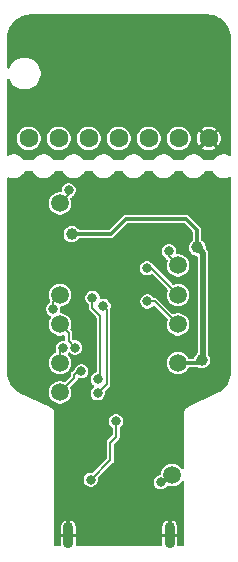
<source format=gbr>
%TF.GenerationSoftware,KiCad,Pcbnew,9.0.2+1*%
%TF.CreationDate,2025-08-04T10:31:06+02:00*%
%TF.ProjectId,ts13_dev_kit,74733133-5f64-4657-965f-6b69742e6b69,rev?*%
%TF.SameCoordinates,Original*%
%TF.FileFunction,Copper,L2,Bot*%
%TF.FilePolarity,Positive*%
%FSLAX46Y46*%
G04 Gerber Fmt 4.6, Leading zero omitted, Abs format (unit mm)*
G04 Created by KiCad (PCBNEW 9.0.2+1) date 2025-08-04 10:31:06*
%MOMM*%
%LPD*%
G01*
G04 APERTURE LIST*
%TA.AperFunction,ComponentPad*%
%ADD10O,0.850000X2.250000*%
%TD*%
%TA.AperFunction,ComponentPad*%
%ADD11C,1.600000*%
%TD*%
%TA.AperFunction,SMDPad,CuDef*%
%ADD12C,1.500000*%
%TD*%
%TA.AperFunction,ViaPad*%
%ADD13C,0.800000*%
%TD*%
%TA.AperFunction,ViaPad*%
%ADD14C,1.000000*%
%TD*%
%TA.AperFunction,Conductor*%
%ADD15C,0.300000*%
%TD*%
%TA.AperFunction,Conductor*%
%ADD16C,0.500000*%
%TD*%
%TA.AperFunction,Conductor*%
%ADD17C,0.200000*%
%TD*%
G04 APERTURE END LIST*
D10*
%TO.P,J1,S1,SHIELD*%
%TO.N,GND*%
X125700000Y-94600000D03*
X134300000Y-94600000D03*
%TD*%
D11*
%TO.P,PAD3,1,1*%
%TO.N,Net-(IC1-GPO)*%
X124900000Y-61000000D03*
%TD*%
%TO.P,PAD4,1,1*%
%TO.N,Net-(IC1-CSN)*%
X135060000Y-61000000D03*
%TD*%
%TO.P,PAD6,1,1*%
%TO.N,Net-(IC1-SDO)*%
X129980000Y-61000000D03*
%TD*%
%TO.P,PAD2,1,1*%
%TO.N,GND*%
X137600000Y-61000000D03*
%TD*%
%TO.P,PAD1,1,1*%
%TO.N,T_VCC*%
X122360000Y-61000000D03*
%TD*%
%TO.P,PAD7,1,1*%
%TO.N,Net-(IC1-SDI)*%
X127440000Y-61000000D03*
%TD*%
%TO.P,PAD5,1,1*%
%TO.N,Net-(IC1-SCK)*%
X132520000Y-61000000D03*
%TD*%
D12*
%TO.P,TP7,1,1*%
%TO.N,/SWDIO*%
X125000000Y-74250000D03*
%TD*%
%TO.P,TP2,1,1*%
%TO.N,/NRST*%
X135000000Y-76750000D03*
%TD*%
%TO.P,TP5,1,1*%
%TO.N,/U2_RX*%
X135000000Y-71750000D03*
%TD*%
%TO.P,TP6,1,1*%
%TO.N,GND*%
X135000000Y-69250000D03*
%TD*%
%TO.P,TP10,1,1*%
%TO.N,Net-(IC2-PB2)*%
X125000000Y-66500000D03*
%TD*%
%TO.P,TP12,1,1*%
%TO.N,Net-(IC2-PB3)*%
X125000000Y-80000000D03*
%TD*%
%TO.P,TP8,1,1*%
%TO.N,/SWCLK*%
X125000000Y-76750000D03*
%TD*%
%TO.P,TP11,1,1*%
%TO.N,Net-(IC2-PB4)*%
X125000000Y-82500000D03*
%TD*%
%TO.P,TP9,1,1*%
%TO.N,GND*%
X125000000Y-71750000D03*
%TD*%
%TO.P,TP3,1,1*%
%TO.N,Net-(F1-Pad2)*%
X134500000Y-89500000D03*
%TD*%
%TO.P,TP4,1,1*%
%TO.N,/U2_TX*%
X135000000Y-74250000D03*
%TD*%
%TO.P,TP1,1,1*%
%TO.N,VCC*%
X135000000Y-80000000D03*
%TD*%
D13*
%TO.N,GND*%
X126411000Y-66200000D03*
X129250000Y-65970000D03*
X128000000Y-85000000D03*
X129000000Y-89750000D03*
X121000000Y-65000000D03*
X122750000Y-51000000D03*
X136250000Y-78500000D03*
X138000000Y-55750000D03*
X127250000Y-73500000D03*
X131920000Y-57120000D03*
X132410000Y-75910000D03*
X136800000Y-52600000D03*
X131750000Y-82000000D03*
X138510000Y-81370000D03*
X131000000Y-52750000D03*
X122400000Y-78000000D03*
X126300000Y-57550000D03*
X121000000Y-57500000D03*
X131000000Y-53920000D03*
X124854923Y-70422920D03*
X138900000Y-52300000D03*
X121340000Y-81410000D03*
X132400000Y-73730000D03*
X136600000Y-57800000D03*
X131120000Y-71710000D03*
X120920000Y-70750000D03*
X130000000Y-92000000D03*
X121000000Y-52750000D03*
X128000000Y-72000000D03*
X124910000Y-85150000D03*
X139000000Y-65000000D03*
X135030000Y-92570000D03*
X127500000Y-76500000D03*
X130100000Y-51300000D03*
X132610000Y-58480000D03*
X138750000Y-72500000D03*
X135600000Y-51600000D03*
X120920000Y-78500000D03*
X124940000Y-92850000D03*
X131810000Y-89830000D03*
X139000000Y-57500000D03*
X134990000Y-87240000D03*
X131750000Y-77250000D03*
X139000000Y-68140000D03*
D14*
%TO.N,VCC*%
X137020000Y-79770000D03*
D13*
X127600000Y-89900000D03*
D14*
X126000000Y-69100000D03*
D13*
X129750000Y-84950000D03*
D14*
X136618387Y-70227251D03*
D13*
%TO.N,/NRST*%
X132390000Y-74800000D03*
%TO.N,/USB_P*%
X128200000Y-82580000D03*
X128680000Y-75188280D03*
%TO.N,/USB_N*%
X127750000Y-74500000D03*
X128190000Y-81390000D03*
%TO.N,/SWCLK*%
X126300000Y-78700000D03*
%TO.N,/U2_TX*%
X132360000Y-71990000D03*
%TO.N,/SWDIO*%
X124420000Y-75450000D03*
%TO.N,/U2_RX*%
X134230000Y-70540000D03*
%TO.N,Net-(F1-Pad2)*%
X133520000Y-90110000D03*
%TO.N,Net-(IC2-PB3)*%
X125229975Y-78759975D03*
%TO.N,Net-(IC2-PB2)*%
X125730000Y-65380000D03*
%TO.N,Net-(IC2-PB4)*%
X126810000Y-80710000D03*
%TD*%
D15*
%TO.N,VCC*%
X126000000Y-69100000D02*
X129300000Y-69100000D01*
X129300000Y-69100000D02*
X130600000Y-67800000D01*
X136600000Y-68750000D02*
X136600000Y-70208864D01*
X130600000Y-67800000D02*
X135650000Y-67800000D01*
X135650000Y-67800000D02*
X136600000Y-68750000D01*
X136600000Y-70208864D02*
X136618387Y-70227251D01*
D16*
X137101000Y-70709864D02*
X136618387Y-70227251D01*
X137101000Y-79439000D02*
X137101000Y-70709864D01*
X137020000Y-79770000D02*
X137101000Y-79439000D01*
D15*
X136790000Y-80000000D02*
X137020000Y-79770000D01*
D17*
X129250000Y-88250000D02*
X127600000Y-89900000D01*
D15*
X135000000Y-80000000D02*
X136790000Y-80000000D01*
D17*
X129750000Y-86250000D02*
X129250000Y-86750000D01*
X129250000Y-86750000D02*
X129250000Y-88250000D01*
X129750000Y-84950000D02*
X129750000Y-86250000D01*
%TO.N,/NRST*%
X133050000Y-74800000D02*
X132390000Y-74800000D01*
X135000000Y-76750000D02*
X133050000Y-74800000D01*
%TO.N,/USB_P*%
X128950000Y-75458280D02*
X128950000Y-81830000D01*
X128950000Y-81830000D02*
X128200000Y-82580000D01*
X128680000Y-75188280D02*
X128950000Y-75458280D01*
%TO.N,/USB_N*%
X127750000Y-74500000D02*
X127750000Y-75350000D01*
X128420000Y-76020000D02*
X128420000Y-81160000D01*
X128420000Y-81160000D02*
X128190000Y-81390000D01*
X127750000Y-75350000D02*
X128420000Y-76020000D01*
%TO.N,/SWCLK*%
X125750000Y-78150000D02*
X125750000Y-77500000D01*
X126300000Y-78700000D02*
X125750000Y-78150000D01*
X125750000Y-77500000D02*
X125000000Y-76750000D01*
%TO.N,/U2_TX*%
X135000000Y-74250000D02*
X132740000Y-71990000D01*
X132740000Y-71990000D02*
X132360000Y-71990000D01*
%TO.N,/SWDIO*%
X124420000Y-74830000D02*
X125000000Y-74250000D01*
X124420000Y-75450000D02*
X124420000Y-74830000D01*
%TO.N,/U2_RX*%
X135000000Y-71750000D02*
X134230000Y-70980000D01*
X134230000Y-70980000D02*
X134230000Y-70540000D01*
%TO.N,Net-(F1-Pad2)*%
X133890000Y-90110000D02*
X134500000Y-89500000D01*
X133520000Y-90110000D02*
X133890000Y-90110000D01*
%TO.N,Net-(IC2-PB3)*%
X125229975Y-78759975D02*
X125000000Y-78989950D01*
X125000000Y-78989950D02*
X125000000Y-80000000D01*
%TO.N,Net-(IC2-PB2)*%
X125850000Y-65500000D02*
X125730000Y-65380000D01*
X125850000Y-65650000D02*
X125850000Y-65500000D01*
X125000000Y-66500000D02*
X125850000Y-65650000D01*
%TO.N,Net-(IC2-PB4)*%
X126490000Y-80710000D02*
X126210000Y-80990000D01*
X126210000Y-81290000D02*
X125000000Y-82500000D01*
X126210000Y-80990000D02*
X126210000Y-81290000D01*
X126810000Y-80710000D02*
X126490000Y-80710000D01*
%TD*%
%TA.AperFunction,Conductor*%
%TO.N,GND*%
G36*
X137504043Y-50500765D02*
G01*
X137752895Y-50517075D01*
X137768953Y-50519190D01*
X137976105Y-50560395D01*
X138009535Y-50567045D01*
X138025202Y-50571243D01*
X138194947Y-50628863D01*
X138257481Y-50650091D01*
X138272458Y-50656294D01*
X138481799Y-50759529D01*
X138492460Y-50764787D01*
X138506508Y-50772897D01*
X138710464Y-50909177D01*
X138723328Y-50919048D01*
X138907749Y-51080781D01*
X138919218Y-51092250D01*
X139080951Y-51276671D01*
X139090825Y-51289539D01*
X139227102Y-51493492D01*
X139235212Y-51507539D01*
X139343702Y-51727534D01*
X139349909Y-51742520D01*
X139428756Y-51974797D01*
X139432954Y-51990464D01*
X139480807Y-52231035D01*
X139482925Y-52247116D01*
X139499235Y-52495956D01*
X139499500Y-52504066D01*
X139499500Y-62342234D01*
X139479815Y-62409273D01*
X139427011Y-62455028D01*
X139357853Y-62464972D01*
X139328048Y-62456795D01*
X139161839Y-62387950D01*
X139161829Y-62387947D01*
X138968543Y-62349500D01*
X138968541Y-62349500D01*
X138771459Y-62349500D01*
X138771457Y-62349500D01*
X138578170Y-62387947D01*
X138578160Y-62387950D01*
X138396092Y-62463364D01*
X138396079Y-62463371D01*
X138232218Y-62572860D01*
X138232214Y-62572863D01*
X138092862Y-62712215D01*
X138058607Y-62763482D01*
X138037620Y-62794891D01*
X137984010Y-62839696D01*
X137934519Y-62850000D01*
X137265481Y-62850000D01*
X137198442Y-62830315D01*
X137162379Y-62794891D01*
X137107139Y-62712218D01*
X137107137Y-62712215D01*
X136967785Y-62572863D01*
X136967781Y-62572860D01*
X136803920Y-62463371D01*
X136803907Y-62463364D01*
X136621839Y-62387950D01*
X136621829Y-62387947D01*
X136428543Y-62349500D01*
X136428541Y-62349500D01*
X136231459Y-62349500D01*
X136231457Y-62349500D01*
X136038170Y-62387947D01*
X136038160Y-62387950D01*
X135856092Y-62463364D01*
X135856079Y-62463371D01*
X135692218Y-62572860D01*
X135692214Y-62572863D01*
X135552862Y-62712215D01*
X135518607Y-62763482D01*
X135497620Y-62794891D01*
X135444010Y-62839696D01*
X135394519Y-62850000D01*
X134725481Y-62850000D01*
X134658442Y-62830315D01*
X134622379Y-62794891D01*
X134567139Y-62712218D01*
X134567137Y-62712215D01*
X134427785Y-62572863D01*
X134427781Y-62572860D01*
X134263920Y-62463371D01*
X134263907Y-62463364D01*
X134081839Y-62387950D01*
X134081829Y-62387947D01*
X133888543Y-62349500D01*
X133888541Y-62349500D01*
X133691459Y-62349500D01*
X133691457Y-62349500D01*
X133498170Y-62387947D01*
X133498160Y-62387950D01*
X133316092Y-62463364D01*
X133316079Y-62463371D01*
X133152218Y-62572860D01*
X133152214Y-62572863D01*
X133012862Y-62712215D01*
X132978607Y-62763482D01*
X132957620Y-62794891D01*
X132904010Y-62839696D01*
X132854519Y-62850000D01*
X132185481Y-62850000D01*
X132118442Y-62830315D01*
X132082379Y-62794891D01*
X132027139Y-62712218D01*
X132027137Y-62712215D01*
X131887785Y-62572863D01*
X131887781Y-62572860D01*
X131723920Y-62463371D01*
X131723907Y-62463364D01*
X131541839Y-62387950D01*
X131541829Y-62387947D01*
X131348543Y-62349500D01*
X131348541Y-62349500D01*
X131151459Y-62349500D01*
X131151457Y-62349500D01*
X130958170Y-62387947D01*
X130958160Y-62387950D01*
X130776092Y-62463364D01*
X130776079Y-62463371D01*
X130612218Y-62572860D01*
X130612214Y-62572863D01*
X130472862Y-62712215D01*
X130438607Y-62763482D01*
X130417620Y-62794891D01*
X130364010Y-62839696D01*
X130314519Y-62850000D01*
X129645481Y-62850000D01*
X129578442Y-62830315D01*
X129542379Y-62794891D01*
X129487139Y-62712218D01*
X129487137Y-62712215D01*
X129347785Y-62572863D01*
X129347781Y-62572860D01*
X129183920Y-62463371D01*
X129183907Y-62463364D01*
X129001839Y-62387950D01*
X129001829Y-62387947D01*
X128808543Y-62349500D01*
X128808541Y-62349500D01*
X128611459Y-62349500D01*
X128611457Y-62349500D01*
X128418170Y-62387947D01*
X128418160Y-62387950D01*
X128236092Y-62463364D01*
X128236079Y-62463371D01*
X128072218Y-62572860D01*
X128072214Y-62572863D01*
X127932862Y-62712215D01*
X127898607Y-62763482D01*
X127877620Y-62794891D01*
X127824010Y-62839696D01*
X127774519Y-62850000D01*
X127105481Y-62850000D01*
X127038442Y-62830315D01*
X127002379Y-62794891D01*
X126947139Y-62712218D01*
X126947137Y-62712215D01*
X126807785Y-62572863D01*
X126807781Y-62572860D01*
X126643920Y-62463371D01*
X126643907Y-62463364D01*
X126461839Y-62387950D01*
X126461829Y-62387947D01*
X126268543Y-62349500D01*
X126268541Y-62349500D01*
X126071459Y-62349500D01*
X126071457Y-62349500D01*
X125878170Y-62387947D01*
X125878160Y-62387950D01*
X125696092Y-62463364D01*
X125696079Y-62463371D01*
X125532218Y-62572860D01*
X125532214Y-62572863D01*
X125392862Y-62712215D01*
X125358607Y-62763482D01*
X125337620Y-62794891D01*
X125284010Y-62839696D01*
X125234519Y-62850000D01*
X124565481Y-62850000D01*
X124498442Y-62830315D01*
X124462379Y-62794891D01*
X124407139Y-62712218D01*
X124407137Y-62712215D01*
X124267785Y-62572863D01*
X124267781Y-62572860D01*
X124103920Y-62463371D01*
X124103907Y-62463364D01*
X123921839Y-62387950D01*
X123921829Y-62387947D01*
X123728543Y-62349500D01*
X123728541Y-62349500D01*
X123531459Y-62349500D01*
X123531457Y-62349500D01*
X123338170Y-62387947D01*
X123338160Y-62387950D01*
X123156092Y-62463364D01*
X123156079Y-62463371D01*
X122992218Y-62572860D01*
X122992214Y-62572863D01*
X122852862Y-62712215D01*
X122818607Y-62763482D01*
X122797620Y-62794891D01*
X122744010Y-62839696D01*
X122694519Y-62850000D01*
X122025481Y-62850000D01*
X121958442Y-62830315D01*
X121922379Y-62794891D01*
X121867139Y-62712218D01*
X121867137Y-62712215D01*
X121727785Y-62572863D01*
X121727781Y-62572860D01*
X121563920Y-62463371D01*
X121563907Y-62463364D01*
X121381839Y-62387950D01*
X121381829Y-62387947D01*
X121188543Y-62349500D01*
X121188541Y-62349500D01*
X120991459Y-62349500D01*
X120991457Y-62349500D01*
X120798170Y-62387947D01*
X120798160Y-62387950D01*
X120671952Y-62440227D01*
X120602483Y-62447696D01*
X120540004Y-62416420D01*
X120504352Y-62356331D01*
X120500500Y-62325666D01*
X120500500Y-61098543D01*
X121359499Y-61098543D01*
X121397947Y-61291829D01*
X121397950Y-61291839D01*
X121473364Y-61473907D01*
X121473371Y-61473920D01*
X121582860Y-61637781D01*
X121582863Y-61637785D01*
X121722214Y-61777136D01*
X121722218Y-61777139D01*
X121886079Y-61886628D01*
X121886092Y-61886635D01*
X122068160Y-61962049D01*
X122068165Y-61962051D01*
X122068169Y-61962051D01*
X122068170Y-61962052D01*
X122261456Y-62000500D01*
X122261459Y-62000500D01*
X122458543Y-62000500D01*
X122588582Y-61974632D01*
X122651835Y-61962051D01*
X122833914Y-61886632D01*
X122997782Y-61777139D01*
X123137139Y-61637782D01*
X123246632Y-61473914D01*
X123322051Y-61291835D01*
X123360500Y-61098543D01*
X123899499Y-61098543D01*
X123937947Y-61291829D01*
X123937950Y-61291839D01*
X124013364Y-61473907D01*
X124013371Y-61473920D01*
X124122860Y-61637781D01*
X124122863Y-61637785D01*
X124262214Y-61777136D01*
X124262218Y-61777139D01*
X124426079Y-61886628D01*
X124426092Y-61886635D01*
X124608160Y-61962049D01*
X124608165Y-61962051D01*
X124608169Y-61962051D01*
X124608170Y-61962052D01*
X124801456Y-62000500D01*
X124801459Y-62000500D01*
X124998543Y-62000500D01*
X125128582Y-61974632D01*
X125191835Y-61962051D01*
X125373914Y-61886632D01*
X125537782Y-61777139D01*
X125677139Y-61637782D01*
X125786632Y-61473914D01*
X125862051Y-61291835D01*
X125900500Y-61098543D01*
X126439499Y-61098543D01*
X126477947Y-61291829D01*
X126477950Y-61291839D01*
X126553364Y-61473907D01*
X126553371Y-61473920D01*
X126662860Y-61637781D01*
X126662863Y-61637785D01*
X126802214Y-61777136D01*
X126802218Y-61777139D01*
X126966079Y-61886628D01*
X126966092Y-61886635D01*
X127148160Y-61962049D01*
X127148165Y-61962051D01*
X127148169Y-61962051D01*
X127148170Y-61962052D01*
X127341456Y-62000500D01*
X127341459Y-62000500D01*
X127538543Y-62000500D01*
X127668582Y-61974632D01*
X127731835Y-61962051D01*
X127913914Y-61886632D01*
X128077782Y-61777139D01*
X128217139Y-61637782D01*
X128326632Y-61473914D01*
X128402051Y-61291835D01*
X128440500Y-61098543D01*
X128979499Y-61098543D01*
X129017947Y-61291829D01*
X129017950Y-61291839D01*
X129093364Y-61473907D01*
X129093371Y-61473920D01*
X129202860Y-61637781D01*
X129202863Y-61637785D01*
X129342214Y-61777136D01*
X129342218Y-61777139D01*
X129506079Y-61886628D01*
X129506092Y-61886635D01*
X129688160Y-61962049D01*
X129688165Y-61962051D01*
X129688169Y-61962051D01*
X129688170Y-61962052D01*
X129881456Y-62000500D01*
X129881459Y-62000500D01*
X130078543Y-62000500D01*
X130208582Y-61974632D01*
X130271835Y-61962051D01*
X130453914Y-61886632D01*
X130617782Y-61777139D01*
X130757139Y-61637782D01*
X130866632Y-61473914D01*
X130942051Y-61291835D01*
X130980500Y-61098543D01*
X131519499Y-61098543D01*
X131557947Y-61291829D01*
X131557950Y-61291839D01*
X131633364Y-61473907D01*
X131633371Y-61473920D01*
X131742860Y-61637781D01*
X131742863Y-61637785D01*
X131882214Y-61777136D01*
X131882218Y-61777139D01*
X132046079Y-61886628D01*
X132046092Y-61886635D01*
X132228160Y-61962049D01*
X132228165Y-61962051D01*
X132228169Y-61962051D01*
X132228170Y-61962052D01*
X132421456Y-62000500D01*
X132421459Y-62000500D01*
X132618543Y-62000500D01*
X132748582Y-61974632D01*
X132811835Y-61962051D01*
X132993914Y-61886632D01*
X133157782Y-61777139D01*
X133297139Y-61637782D01*
X133406632Y-61473914D01*
X133482051Y-61291835D01*
X133520500Y-61098543D01*
X134059499Y-61098543D01*
X134097947Y-61291829D01*
X134097950Y-61291839D01*
X134173364Y-61473907D01*
X134173371Y-61473920D01*
X134282860Y-61637781D01*
X134282863Y-61637785D01*
X134422214Y-61777136D01*
X134422218Y-61777139D01*
X134586079Y-61886628D01*
X134586092Y-61886635D01*
X134768160Y-61962049D01*
X134768165Y-61962051D01*
X134768169Y-61962051D01*
X134768170Y-61962052D01*
X134961456Y-62000500D01*
X134961459Y-62000500D01*
X135158543Y-62000500D01*
X135288582Y-61974632D01*
X135351835Y-61962051D01*
X135533914Y-61886632D01*
X135697782Y-61777139D01*
X135697785Y-61777136D01*
X135802886Y-61672036D01*
X135837136Y-61637785D01*
X135837139Y-61637782D01*
X135946632Y-61473914D01*
X136022051Y-61291835D01*
X136060500Y-61098541D01*
X136060500Y-60901504D01*
X136600000Y-60901504D01*
X136600000Y-61098495D01*
X136638427Y-61291681D01*
X136638430Y-61291693D01*
X136713809Y-61473676D01*
X136713811Y-61473679D01*
X136794069Y-61593795D01*
X136794071Y-61593795D01*
X137156329Y-61231538D01*
X137199901Y-61307007D01*
X137292993Y-61400099D01*
X137368460Y-61443670D01*
X137006203Y-61805927D01*
X137006203Y-61805928D01*
X137126316Y-61886185D01*
X137126328Y-61886192D01*
X137308306Y-61961569D01*
X137308318Y-61961572D01*
X137501504Y-61999999D01*
X137501508Y-62000000D01*
X137698492Y-62000000D01*
X137698495Y-61999999D01*
X137891681Y-61961572D01*
X137891693Y-61961569D01*
X138073673Y-61886191D01*
X138073675Y-61886190D01*
X138193796Y-61805928D01*
X137831539Y-61443670D01*
X137907007Y-61400099D01*
X138000099Y-61307007D01*
X138043670Y-61231538D01*
X138405928Y-61593796D01*
X138486190Y-61473675D01*
X138486191Y-61473673D01*
X138561569Y-61291693D01*
X138561572Y-61291681D01*
X138599999Y-61098495D01*
X138600000Y-61098492D01*
X138600000Y-60901508D01*
X138599999Y-60901504D01*
X138561572Y-60708318D01*
X138561569Y-60708306D01*
X138486192Y-60526328D01*
X138486185Y-60526316D01*
X138405927Y-60406203D01*
X138043670Y-60768460D01*
X138000099Y-60692993D01*
X137907007Y-60599901D01*
X137831538Y-60556329D01*
X138193795Y-60194071D01*
X138193795Y-60194069D01*
X138073679Y-60113811D01*
X138073676Y-60113809D01*
X137891693Y-60038430D01*
X137891681Y-60038427D01*
X137698495Y-60000000D01*
X137501504Y-60000000D01*
X137308318Y-60038427D01*
X137308310Y-60038429D01*
X137126325Y-60113809D01*
X137126318Y-60113813D01*
X137006203Y-60194071D01*
X137006202Y-60194071D01*
X137368461Y-60556329D01*
X137292993Y-60599901D01*
X137199901Y-60692993D01*
X137156329Y-60768460D01*
X136794071Y-60406202D01*
X136794071Y-60406203D01*
X136713813Y-60526318D01*
X136713809Y-60526325D01*
X136638429Y-60708310D01*
X136638427Y-60708318D01*
X136600000Y-60901504D01*
X136060500Y-60901504D01*
X136060500Y-60901459D01*
X136060500Y-60901456D01*
X136022052Y-60708170D01*
X136022051Y-60708169D01*
X136022051Y-60708165D01*
X135977207Y-60599901D01*
X135946635Y-60526092D01*
X135946628Y-60526079D01*
X135837139Y-60362218D01*
X135837136Y-60362214D01*
X135697785Y-60222863D01*
X135697781Y-60222860D01*
X135533920Y-60113371D01*
X135533907Y-60113364D01*
X135351839Y-60037950D01*
X135351829Y-60037947D01*
X135158543Y-59999500D01*
X135158541Y-59999500D01*
X134961459Y-59999500D01*
X134961457Y-59999500D01*
X134768170Y-60037947D01*
X134768160Y-60037950D01*
X134586092Y-60113364D01*
X134586079Y-60113371D01*
X134422218Y-60222860D01*
X134422214Y-60222863D01*
X134282863Y-60362214D01*
X134282860Y-60362218D01*
X134173371Y-60526079D01*
X134173364Y-60526092D01*
X134097950Y-60708160D01*
X134097947Y-60708170D01*
X134059500Y-60901456D01*
X134059500Y-60901459D01*
X134059500Y-61098541D01*
X134059500Y-61098543D01*
X134059499Y-61098543D01*
X133520500Y-61098543D01*
X133520500Y-61098541D01*
X133520500Y-60901459D01*
X133520500Y-60901456D01*
X133482052Y-60708170D01*
X133482051Y-60708169D01*
X133482051Y-60708165D01*
X133437207Y-60599901D01*
X133406635Y-60526092D01*
X133406628Y-60526079D01*
X133297139Y-60362218D01*
X133297136Y-60362214D01*
X133157785Y-60222863D01*
X133157781Y-60222860D01*
X132993920Y-60113371D01*
X132993907Y-60113364D01*
X132811839Y-60037950D01*
X132811829Y-60037947D01*
X132618543Y-59999500D01*
X132618541Y-59999500D01*
X132421459Y-59999500D01*
X132421457Y-59999500D01*
X132228170Y-60037947D01*
X132228160Y-60037950D01*
X132046092Y-60113364D01*
X132046079Y-60113371D01*
X131882218Y-60222860D01*
X131882214Y-60222863D01*
X131742863Y-60362214D01*
X131742860Y-60362218D01*
X131633371Y-60526079D01*
X131633364Y-60526092D01*
X131557950Y-60708160D01*
X131557947Y-60708170D01*
X131519500Y-60901456D01*
X131519500Y-60901459D01*
X131519500Y-61098541D01*
X131519500Y-61098543D01*
X131519499Y-61098543D01*
X130980500Y-61098543D01*
X130980500Y-61098541D01*
X130980500Y-60901459D01*
X130980500Y-60901456D01*
X130942052Y-60708170D01*
X130942051Y-60708169D01*
X130942051Y-60708165D01*
X130897207Y-60599901D01*
X130866635Y-60526092D01*
X130866628Y-60526079D01*
X130757139Y-60362218D01*
X130757136Y-60362214D01*
X130617785Y-60222863D01*
X130617781Y-60222860D01*
X130453920Y-60113371D01*
X130453907Y-60113364D01*
X130271839Y-60037950D01*
X130271829Y-60037947D01*
X130078543Y-59999500D01*
X130078541Y-59999500D01*
X129881459Y-59999500D01*
X129881457Y-59999500D01*
X129688170Y-60037947D01*
X129688160Y-60037950D01*
X129506092Y-60113364D01*
X129506079Y-60113371D01*
X129342218Y-60222860D01*
X129342214Y-60222863D01*
X129202863Y-60362214D01*
X129202860Y-60362218D01*
X129093371Y-60526079D01*
X129093364Y-60526092D01*
X129017950Y-60708160D01*
X129017947Y-60708170D01*
X128979500Y-60901456D01*
X128979500Y-60901459D01*
X128979500Y-61098541D01*
X128979500Y-61098543D01*
X128979499Y-61098543D01*
X128440500Y-61098543D01*
X128440500Y-61098541D01*
X128440500Y-60901459D01*
X128440500Y-60901456D01*
X128402052Y-60708170D01*
X128402051Y-60708169D01*
X128402051Y-60708165D01*
X128357207Y-60599901D01*
X128326635Y-60526092D01*
X128326628Y-60526079D01*
X128217139Y-60362218D01*
X128217136Y-60362214D01*
X128077785Y-60222863D01*
X128077781Y-60222860D01*
X127913920Y-60113371D01*
X127913907Y-60113364D01*
X127731839Y-60037950D01*
X127731829Y-60037947D01*
X127538543Y-59999500D01*
X127538541Y-59999500D01*
X127341459Y-59999500D01*
X127341457Y-59999500D01*
X127148170Y-60037947D01*
X127148160Y-60037950D01*
X126966092Y-60113364D01*
X126966079Y-60113371D01*
X126802218Y-60222860D01*
X126802214Y-60222863D01*
X126662863Y-60362214D01*
X126662860Y-60362218D01*
X126553371Y-60526079D01*
X126553364Y-60526092D01*
X126477950Y-60708160D01*
X126477947Y-60708170D01*
X126439500Y-60901456D01*
X126439500Y-60901459D01*
X126439500Y-61098541D01*
X126439500Y-61098543D01*
X126439499Y-61098543D01*
X125900500Y-61098543D01*
X125900500Y-61098541D01*
X125900500Y-60901459D01*
X125900500Y-60901456D01*
X125862052Y-60708170D01*
X125862051Y-60708169D01*
X125862051Y-60708165D01*
X125817207Y-60599901D01*
X125786635Y-60526092D01*
X125786628Y-60526079D01*
X125677139Y-60362218D01*
X125677136Y-60362214D01*
X125537785Y-60222863D01*
X125537781Y-60222860D01*
X125373920Y-60113371D01*
X125373907Y-60113364D01*
X125191839Y-60037950D01*
X125191829Y-60037947D01*
X124998543Y-59999500D01*
X124998541Y-59999500D01*
X124801459Y-59999500D01*
X124801457Y-59999500D01*
X124608170Y-60037947D01*
X124608160Y-60037950D01*
X124426092Y-60113364D01*
X124426079Y-60113371D01*
X124262218Y-60222860D01*
X124262214Y-60222863D01*
X124122863Y-60362214D01*
X124122860Y-60362218D01*
X124013371Y-60526079D01*
X124013364Y-60526092D01*
X123937950Y-60708160D01*
X123937947Y-60708170D01*
X123899500Y-60901456D01*
X123899500Y-60901459D01*
X123899500Y-61098541D01*
X123899500Y-61098543D01*
X123899499Y-61098543D01*
X123360500Y-61098543D01*
X123360500Y-61098541D01*
X123360500Y-60901459D01*
X123360500Y-60901456D01*
X123322052Y-60708170D01*
X123322051Y-60708169D01*
X123322051Y-60708165D01*
X123277207Y-60599901D01*
X123246635Y-60526092D01*
X123246628Y-60526079D01*
X123137139Y-60362218D01*
X123137136Y-60362214D01*
X122997785Y-60222863D01*
X122997781Y-60222860D01*
X122833920Y-60113371D01*
X122833907Y-60113364D01*
X122651839Y-60037950D01*
X122651829Y-60037947D01*
X122458543Y-59999500D01*
X122458541Y-59999500D01*
X122261459Y-59999500D01*
X122261457Y-59999500D01*
X122068170Y-60037947D01*
X122068160Y-60037950D01*
X121886092Y-60113364D01*
X121886079Y-60113371D01*
X121722218Y-60222860D01*
X121722214Y-60222863D01*
X121582863Y-60362214D01*
X121582860Y-60362218D01*
X121473371Y-60526079D01*
X121473364Y-60526092D01*
X121397950Y-60708160D01*
X121397947Y-60708170D01*
X121359500Y-60901456D01*
X121359500Y-60901459D01*
X121359500Y-61098541D01*
X121359500Y-61098543D01*
X121359499Y-61098543D01*
X120500500Y-61098543D01*
X120500500Y-56038226D01*
X120520185Y-55971187D01*
X120572989Y-55925432D01*
X120642147Y-55915488D01*
X120705703Y-55944513D01*
X120742431Y-55999908D01*
X120748444Y-56018414D01*
X120844951Y-56207820D01*
X120969890Y-56379786D01*
X121120213Y-56530109D01*
X121292179Y-56655048D01*
X121292181Y-56655049D01*
X121292184Y-56655051D01*
X121481588Y-56751557D01*
X121683757Y-56817246D01*
X121893713Y-56850500D01*
X121893714Y-56850500D01*
X122106286Y-56850500D01*
X122106287Y-56850500D01*
X122316243Y-56817246D01*
X122518412Y-56751557D01*
X122707816Y-56655051D01*
X122729789Y-56639086D01*
X122879786Y-56530109D01*
X122879788Y-56530106D01*
X122879792Y-56530104D01*
X123030104Y-56379792D01*
X123030106Y-56379788D01*
X123030109Y-56379786D01*
X123155048Y-56207820D01*
X123155047Y-56207820D01*
X123155051Y-56207816D01*
X123251557Y-56018412D01*
X123317246Y-55816243D01*
X123350500Y-55606287D01*
X123350500Y-55393713D01*
X123317246Y-55183757D01*
X123251557Y-54981588D01*
X123155051Y-54792184D01*
X123155049Y-54792181D01*
X123155048Y-54792179D01*
X123030109Y-54620213D01*
X122879786Y-54469890D01*
X122707820Y-54344951D01*
X122518414Y-54248444D01*
X122518413Y-54248443D01*
X122518412Y-54248443D01*
X122316243Y-54182754D01*
X122316241Y-54182753D01*
X122316240Y-54182753D01*
X122154957Y-54157208D01*
X122106287Y-54149500D01*
X121893713Y-54149500D01*
X121845042Y-54157208D01*
X121683760Y-54182753D01*
X121481585Y-54248444D01*
X121292179Y-54344951D01*
X121120213Y-54469890D01*
X120969890Y-54620213D01*
X120844951Y-54792179D01*
X120748445Y-54981582D01*
X120748443Y-54981587D01*
X120748443Y-54981588D01*
X120742429Y-55000094D01*
X120702992Y-55057768D01*
X120638633Y-55084965D01*
X120569787Y-55073050D01*
X120518312Y-55025805D01*
X120500500Y-54961773D01*
X120500500Y-52504066D01*
X120500765Y-52495956D01*
X120504819Y-52434108D01*
X120517075Y-52247102D01*
X120519190Y-52231048D01*
X120567045Y-51990462D01*
X120571243Y-51974797D01*
X120594337Y-51906762D01*
X120650093Y-51742512D01*
X120656291Y-51727547D01*
X120764790Y-51507533D01*
X120772893Y-51493498D01*
X120909182Y-51289527D01*
X120919039Y-51276681D01*
X121080786Y-51092244D01*
X121092244Y-51080786D01*
X121276681Y-50919039D01*
X121289527Y-50909182D01*
X121493498Y-50772893D01*
X121507533Y-50764790D01*
X121727547Y-50656291D01*
X121742512Y-50650093D01*
X121906762Y-50594337D01*
X121974797Y-50571243D01*
X121990464Y-50567045D01*
X122231048Y-50519190D01*
X122247102Y-50517075D01*
X122495957Y-50500765D01*
X122504067Y-50500500D01*
X122565892Y-50500500D01*
X137434108Y-50500500D01*
X137495933Y-50500500D01*
X137504043Y-50500765D01*
G37*
%TD.AperFunction*%
%TD*%
%TA.AperFunction,Conductor*%
%TO.N,GND*%
G36*
X122701921Y-63779685D02*
G01*
X122738793Y-63819644D01*
X122739983Y-63818849D01*
X122852860Y-63987781D01*
X122852863Y-63987785D01*
X122992214Y-64127136D01*
X122992218Y-64127139D01*
X123156079Y-64236628D01*
X123156092Y-64236635D01*
X123326680Y-64307294D01*
X123338165Y-64312051D01*
X123338169Y-64312051D01*
X123338170Y-64312052D01*
X123531456Y-64350500D01*
X123531459Y-64350500D01*
X123728543Y-64350500D01*
X123858582Y-64324632D01*
X123921835Y-64312051D01*
X124103914Y-64236632D01*
X124267782Y-64127139D01*
X124407139Y-63987782D01*
X124463157Y-63903943D01*
X124520017Y-63818849D01*
X124521419Y-63819785D01*
X124564721Y-63775703D01*
X124625118Y-63760000D01*
X125174882Y-63760000D01*
X125241921Y-63779685D01*
X125278793Y-63819644D01*
X125279983Y-63818849D01*
X125392860Y-63987781D01*
X125392863Y-63987785D01*
X125532214Y-64127136D01*
X125532218Y-64127139D01*
X125696079Y-64236628D01*
X125696092Y-64236635D01*
X125866680Y-64307294D01*
X125878165Y-64312051D01*
X125878169Y-64312051D01*
X125878170Y-64312052D01*
X126071456Y-64350500D01*
X126071459Y-64350500D01*
X126268543Y-64350500D01*
X126398582Y-64324632D01*
X126461835Y-64312051D01*
X126643914Y-64236632D01*
X126807782Y-64127139D01*
X126947139Y-63987782D01*
X127003157Y-63903943D01*
X127060017Y-63818849D01*
X127061419Y-63819785D01*
X127104721Y-63775703D01*
X127165118Y-63760000D01*
X127714882Y-63760000D01*
X127781921Y-63779685D01*
X127818793Y-63819644D01*
X127819983Y-63818849D01*
X127932860Y-63987781D01*
X127932863Y-63987785D01*
X128072214Y-64127136D01*
X128072218Y-64127139D01*
X128236079Y-64236628D01*
X128236092Y-64236635D01*
X128406680Y-64307294D01*
X128418165Y-64312051D01*
X128418169Y-64312051D01*
X128418170Y-64312052D01*
X128611456Y-64350500D01*
X128611459Y-64350500D01*
X128808543Y-64350500D01*
X128938582Y-64324632D01*
X129001835Y-64312051D01*
X129183914Y-64236632D01*
X129347782Y-64127139D01*
X129487139Y-63987782D01*
X129543157Y-63903943D01*
X129600017Y-63818849D01*
X129601419Y-63819785D01*
X129644721Y-63775703D01*
X129705118Y-63760000D01*
X130254882Y-63760000D01*
X130321921Y-63779685D01*
X130358793Y-63819644D01*
X130359983Y-63818849D01*
X130472860Y-63987781D01*
X130472863Y-63987785D01*
X130612214Y-64127136D01*
X130612218Y-64127139D01*
X130776079Y-64236628D01*
X130776092Y-64236635D01*
X130946680Y-64307294D01*
X130958165Y-64312051D01*
X130958169Y-64312051D01*
X130958170Y-64312052D01*
X131151456Y-64350500D01*
X131151459Y-64350500D01*
X131348543Y-64350500D01*
X131478582Y-64324632D01*
X131541835Y-64312051D01*
X131723914Y-64236632D01*
X131887782Y-64127139D01*
X132027139Y-63987782D01*
X132083157Y-63903943D01*
X132140017Y-63818849D01*
X132141419Y-63819785D01*
X132184721Y-63775703D01*
X132245118Y-63760000D01*
X132794882Y-63760000D01*
X132861921Y-63779685D01*
X132898793Y-63819644D01*
X132899983Y-63818849D01*
X133012860Y-63987781D01*
X133012863Y-63987785D01*
X133152214Y-64127136D01*
X133152218Y-64127139D01*
X133316079Y-64236628D01*
X133316092Y-64236635D01*
X133486680Y-64307294D01*
X133498165Y-64312051D01*
X133498169Y-64312051D01*
X133498170Y-64312052D01*
X133691456Y-64350500D01*
X133691459Y-64350500D01*
X133888543Y-64350500D01*
X134018582Y-64324632D01*
X134081835Y-64312051D01*
X134263914Y-64236632D01*
X134427782Y-64127139D01*
X134567139Y-63987782D01*
X134623157Y-63903943D01*
X134680017Y-63818849D01*
X134681419Y-63819785D01*
X134724721Y-63775703D01*
X134785118Y-63760000D01*
X135334882Y-63760000D01*
X135401921Y-63779685D01*
X135438793Y-63819644D01*
X135439983Y-63818849D01*
X135552860Y-63987781D01*
X135552863Y-63987785D01*
X135692214Y-64127136D01*
X135692218Y-64127139D01*
X135856079Y-64236628D01*
X135856092Y-64236635D01*
X136026680Y-64307294D01*
X136038165Y-64312051D01*
X136038169Y-64312051D01*
X136038170Y-64312052D01*
X136231456Y-64350500D01*
X136231459Y-64350500D01*
X136428543Y-64350500D01*
X136558582Y-64324632D01*
X136621835Y-64312051D01*
X136803914Y-64236632D01*
X136967782Y-64127139D01*
X137107139Y-63987782D01*
X137163157Y-63903943D01*
X137220017Y-63818849D01*
X137221419Y-63819785D01*
X137264721Y-63775703D01*
X137325118Y-63760000D01*
X137874882Y-63760000D01*
X137941921Y-63779685D01*
X137978793Y-63819644D01*
X137979983Y-63818849D01*
X138092860Y-63987781D01*
X138092863Y-63987785D01*
X138232214Y-64127136D01*
X138232218Y-64127139D01*
X138396079Y-64236628D01*
X138396092Y-64236635D01*
X138566680Y-64307294D01*
X138578165Y-64312051D01*
X138578169Y-64312051D01*
X138578170Y-64312052D01*
X138771456Y-64350500D01*
X138771459Y-64350500D01*
X138968543Y-64350500D01*
X139098582Y-64324632D01*
X139161835Y-64312051D01*
X139328048Y-64243204D01*
X139397517Y-64235735D01*
X139459996Y-64267010D01*
X139495648Y-64327099D01*
X139499500Y-64357765D01*
X139499500Y-80745933D01*
X139499235Y-80754043D01*
X139482925Y-81002883D01*
X139480807Y-81018964D01*
X139432954Y-81259535D01*
X139428756Y-81275202D01*
X139349909Y-81507479D01*
X139343702Y-81522465D01*
X139235212Y-81742460D01*
X139227102Y-81756506D01*
X139090825Y-81960460D01*
X139080951Y-81973329D01*
X138919218Y-82157749D01*
X138907749Y-82169218D01*
X138723328Y-82330951D01*
X138710459Y-82340825D01*
X138514648Y-82471661D01*
X138499909Y-82480110D01*
X135835001Y-83773741D01*
X135835000Y-83773741D01*
X135824360Y-83778905D01*
X135806814Y-83783608D01*
X135765312Y-83807567D01*
X135761314Y-83809509D01*
X135761294Y-83809521D01*
X135722154Y-83828521D01*
X135717355Y-83832678D01*
X135698187Y-83846323D01*
X135692693Y-83849495D01*
X135692685Y-83849500D01*
X135661916Y-83880269D01*
X135661915Y-83880268D01*
X135658765Y-83883417D01*
X135622536Y-83914794D01*
X135612351Y-83929831D01*
X135604000Y-83938183D01*
X135603996Y-83938189D01*
X135599500Y-83942685D01*
X135577746Y-83980362D01*
X135573034Y-83987886D01*
X135548642Y-84023905D01*
X135548638Y-84023912D01*
X135546564Y-84029901D01*
X135542692Y-84041079D01*
X135533608Y-84056814D01*
X135521199Y-84103119D01*
X135519745Y-84107319D01*
X135505503Y-84148436D01*
X135505048Y-84154761D01*
X135505049Y-84154762D01*
X135504202Y-84166556D01*
X135499500Y-84184108D01*
X135499500Y-84232049D01*
X135499182Y-84236479D01*
X135499182Y-84236482D01*
X135496066Y-84279880D01*
X135497265Y-84286110D01*
X135499500Y-84309545D01*
X135499500Y-88876228D01*
X135479815Y-88943267D01*
X135427011Y-88989022D01*
X135357853Y-88998966D01*
X135294297Y-88969941D01*
X135272398Y-88945119D01*
X135238302Y-88894092D01*
X135238299Y-88894088D01*
X135105911Y-88761700D01*
X135105907Y-88761697D01*
X134950237Y-88657681D01*
X134950228Y-88657676D01*
X134777251Y-88586027D01*
X134777243Y-88586025D01*
X134593620Y-88549500D01*
X134593616Y-88549500D01*
X134406384Y-88549500D01*
X134406379Y-88549500D01*
X134222756Y-88586025D01*
X134222748Y-88586027D01*
X134049771Y-88657676D01*
X134049762Y-88657681D01*
X133894092Y-88761697D01*
X133894088Y-88761700D01*
X133761700Y-88894088D01*
X133761697Y-88894092D01*
X133657681Y-89049762D01*
X133657676Y-89049771D01*
X133586027Y-89222748D01*
X133586026Y-89222752D01*
X133548691Y-89410447D01*
X133516306Y-89472358D01*
X133455591Y-89506932D01*
X133443262Y-89509195D01*
X133440943Y-89509500D01*
X133288216Y-89550423D01*
X133288209Y-89550426D01*
X133151290Y-89629475D01*
X133151282Y-89629481D01*
X133039481Y-89741282D01*
X133039475Y-89741290D01*
X132960426Y-89878209D01*
X132960423Y-89878216D01*
X132919500Y-90030943D01*
X132919500Y-90189057D01*
X132932695Y-90238299D01*
X132960423Y-90341783D01*
X132960426Y-90341790D01*
X133039475Y-90478709D01*
X133039479Y-90478714D01*
X133039480Y-90478716D01*
X133151284Y-90590520D01*
X133151286Y-90590521D01*
X133151290Y-90590524D01*
X133288209Y-90669573D01*
X133288216Y-90669577D01*
X133440943Y-90710500D01*
X133440945Y-90710500D01*
X133599055Y-90710500D01*
X133599057Y-90710500D01*
X133751784Y-90669577D01*
X133888716Y-90590520D01*
X134000520Y-90478716D01*
X134019200Y-90446359D01*
X134069765Y-90398144D01*
X134138372Y-90384919D01*
X134174038Y-90393796D01*
X134222749Y-90413973D01*
X134385576Y-90446361D01*
X134406379Y-90450499D01*
X134406383Y-90450500D01*
X134406384Y-90450500D01*
X134593617Y-90450500D01*
X134593618Y-90450499D01*
X134777251Y-90413973D01*
X134950231Y-90342322D01*
X135105908Y-90238302D01*
X135238302Y-90105908D01*
X135272398Y-90054880D01*
X135326010Y-90010075D01*
X135395335Y-90001368D01*
X135458362Y-90031522D01*
X135495082Y-90090965D01*
X135499500Y-90123771D01*
X135499500Y-95375500D01*
X135479815Y-95442539D01*
X135427011Y-95488294D01*
X135375500Y-95499500D01*
X135048227Y-95499500D01*
X134981188Y-95479815D01*
X134935433Y-95427011D01*
X134925540Y-95367649D01*
X134925000Y-95367649D01*
X134925000Y-95364406D01*
X134924824Y-95363350D01*
X134925000Y-95361562D01*
X134925000Y-94750000D01*
X134525000Y-94750000D01*
X134525000Y-94450000D01*
X134925000Y-94450000D01*
X134925000Y-93838440D01*
X134900982Y-93717699D01*
X134900979Y-93717689D01*
X134853871Y-93603958D01*
X134853864Y-93603945D01*
X134785469Y-93501586D01*
X134785466Y-93501582D01*
X134698417Y-93414533D01*
X134698413Y-93414530D01*
X134596054Y-93346135D01*
X134596041Y-93346128D01*
X134482310Y-93299020D01*
X134450000Y-93292592D01*
X134450000Y-93756802D01*
X134427452Y-93734254D01*
X134344755Y-93700000D01*
X134255245Y-93700000D01*
X134172548Y-93734254D01*
X134150000Y-93756802D01*
X134150000Y-93292592D01*
X134117689Y-93299020D01*
X134003958Y-93346128D01*
X134003945Y-93346135D01*
X133901586Y-93414530D01*
X133901582Y-93414533D01*
X133814533Y-93501582D01*
X133814530Y-93501586D01*
X133746135Y-93603945D01*
X133746128Y-93603958D01*
X133699020Y-93717689D01*
X133699017Y-93717699D01*
X133675000Y-93838440D01*
X133675000Y-94450000D01*
X134075000Y-94450000D01*
X134075000Y-94750000D01*
X133675000Y-94750000D01*
X133675000Y-95361562D01*
X133675176Y-95363350D01*
X133675000Y-95364277D01*
X133675000Y-95367649D01*
X133674361Y-95367649D01*
X133662155Y-95431996D01*
X133614089Y-95482704D01*
X133551773Y-95499500D01*
X126448227Y-95499500D01*
X126381188Y-95479815D01*
X126335433Y-95427011D01*
X126325540Y-95367649D01*
X126325000Y-95367649D01*
X126325000Y-95364406D01*
X126324824Y-95363350D01*
X126325000Y-95361562D01*
X126325000Y-94750000D01*
X125925000Y-94750000D01*
X125925000Y-94450000D01*
X126325000Y-94450000D01*
X126325000Y-93838440D01*
X126300982Y-93717699D01*
X126300979Y-93717689D01*
X126253871Y-93603958D01*
X126253864Y-93603945D01*
X126185469Y-93501586D01*
X126185466Y-93501582D01*
X126098417Y-93414533D01*
X126098413Y-93414530D01*
X125996054Y-93346135D01*
X125996041Y-93346128D01*
X125882310Y-93299020D01*
X125850000Y-93292592D01*
X125850000Y-93756802D01*
X125827452Y-93734254D01*
X125744755Y-93700000D01*
X125655245Y-93700000D01*
X125572548Y-93734254D01*
X125550000Y-93756802D01*
X125550000Y-93292592D01*
X125517689Y-93299020D01*
X125403958Y-93346128D01*
X125403945Y-93346135D01*
X125301586Y-93414530D01*
X125301582Y-93414533D01*
X125214533Y-93501582D01*
X125214530Y-93501586D01*
X125146135Y-93603945D01*
X125146128Y-93603958D01*
X125099020Y-93717689D01*
X125099017Y-93717699D01*
X125075000Y-93838440D01*
X125075000Y-94450000D01*
X125475000Y-94450000D01*
X125475000Y-94750000D01*
X125075000Y-94750000D01*
X125075000Y-95361562D01*
X125075176Y-95363350D01*
X125075000Y-95364277D01*
X125075000Y-95367649D01*
X125074361Y-95367649D01*
X125062155Y-95431996D01*
X125014089Y-95482704D01*
X124951773Y-95499500D01*
X124624500Y-95499500D01*
X124557461Y-95479815D01*
X124511706Y-95427011D01*
X124500500Y-95375500D01*
X124500500Y-89820943D01*
X126999500Y-89820943D01*
X126999500Y-89979057D01*
X127007812Y-90010075D01*
X127040423Y-90131783D01*
X127040426Y-90131790D01*
X127119475Y-90268709D01*
X127119479Y-90268714D01*
X127119480Y-90268716D01*
X127231284Y-90380520D01*
X127231286Y-90380521D01*
X127231290Y-90380524D01*
X127345325Y-90446361D01*
X127368216Y-90459577D01*
X127520943Y-90500500D01*
X127520945Y-90500500D01*
X127679055Y-90500500D01*
X127679057Y-90500500D01*
X127831784Y-90459577D01*
X127968716Y-90380520D01*
X128080520Y-90268716D01*
X128159577Y-90131784D01*
X128200500Y-89979057D01*
X128200500Y-89820943D01*
X128198642Y-89814008D01*
X128200303Y-89744161D01*
X128230733Y-89694236D01*
X129490460Y-88434511D01*
X129530021Y-88365989D01*
X129550500Y-88289562D01*
X129550500Y-86925833D01*
X129570185Y-86858794D01*
X129586819Y-86838152D01*
X129714533Y-86710438D01*
X129990460Y-86434511D01*
X130030022Y-86365988D01*
X130050500Y-86289562D01*
X130050500Y-86210438D01*
X130050500Y-85541496D01*
X130070185Y-85474457D01*
X130112501Y-85434108D01*
X130118716Y-85430520D01*
X130230520Y-85318716D01*
X130309577Y-85181784D01*
X130350500Y-85029057D01*
X130350500Y-84870943D01*
X130309577Y-84718216D01*
X130309573Y-84718209D01*
X130230524Y-84581290D01*
X130230518Y-84581282D01*
X130118717Y-84469481D01*
X130118709Y-84469475D01*
X129981790Y-84390426D01*
X129981786Y-84390424D01*
X129981784Y-84390423D01*
X129829057Y-84349500D01*
X129670943Y-84349500D01*
X129518216Y-84390423D01*
X129518209Y-84390426D01*
X129381290Y-84469475D01*
X129381282Y-84469481D01*
X129269481Y-84581282D01*
X129269475Y-84581290D01*
X129190426Y-84718209D01*
X129190423Y-84718216D01*
X129149500Y-84870943D01*
X129149500Y-85029056D01*
X129190423Y-85181783D01*
X129190426Y-85181790D01*
X129269475Y-85318709D01*
X129269481Y-85318717D01*
X129381284Y-85430520D01*
X129387499Y-85434108D01*
X129435715Y-85484675D01*
X129449500Y-85541496D01*
X129449500Y-86074167D01*
X129429815Y-86141206D01*
X129413181Y-86161848D01*
X129009541Y-86565487D01*
X129009535Y-86565495D01*
X128969982Y-86634004D01*
X128969979Y-86634009D01*
X128949500Y-86710439D01*
X128949500Y-88074166D01*
X128929815Y-88141205D01*
X128913181Y-88161847D01*
X127805764Y-89269263D01*
X127744441Y-89302748D01*
X127685992Y-89301358D01*
X127679057Y-89299500D01*
X127520943Y-89299500D01*
X127368216Y-89340423D01*
X127368209Y-89340426D01*
X127231290Y-89419475D01*
X127231282Y-89419481D01*
X127119481Y-89531282D01*
X127119475Y-89531290D01*
X127040426Y-89668209D01*
X127040423Y-89668216D01*
X126999500Y-89820943D01*
X124500500Y-89820943D01*
X124500500Y-84297724D01*
X124503934Y-84279881D01*
X124500500Y-84232049D01*
X124500500Y-84184108D01*
X124498857Y-84177978D01*
X124494951Y-84154763D01*
X124494497Y-84148439D01*
X124494497Y-84148436D01*
X124478801Y-84103127D01*
X124466392Y-84056814D01*
X124457306Y-84041078D01*
X124451360Y-84023911D01*
X124426960Y-83987881D01*
X124422262Y-83980379D01*
X124400500Y-83942686D01*
X124387652Y-83929838D01*
X124377464Y-83914794D01*
X124341217Y-83883403D01*
X124307314Y-83849500D01*
X124307313Y-83849499D01*
X124307310Y-83849497D01*
X124301822Y-83846329D01*
X124282644Y-83832677D01*
X124282040Y-83832154D01*
X124277845Y-83828521D01*
X124277843Y-83828520D01*
X124277843Y-83828519D01*
X124238712Y-83809524D01*
X124230863Y-83805360D01*
X124193188Y-83783608D01*
X124187051Y-83781964D01*
X124165000Y-83773742D01*
X121565464Y-82511844D01*
X121565461Y-82511844D01*
X121543005Y-82500943D01*
X121500088Y-82480110D01*
X121485349Y-82471661D01*
X121387647Y-82406379D01*
X124049500Y-82406379D01*
X124049500Y-82593620D01*
X124086025Y-82777243D01*
X124086027Y-82777251D01*
X124157676Y-82950228D01*
X124157681Y-82950237D01*
X124261697Y-83105907D01*
X124261700Y-83105911D01*
X124394088Y-83238299D01*
X124394092Y-83238302D01*
X124549762Y-83342318D01*
X124549768Y-83342321D01*
X124549769Y-83342322D01*
X124722749Y-83413973D01*
X124906379Y-83450499D01*
X124906383Y-83450500D01*
X124906384Y-83450500D01*
X125093617Y-83450500D01*
X125093618Y-83450499D01*
X125277251Y-83413973D01*
X125450231Y-83342322D01*
X125605908Y-83238302D01*
X125738302Y-83105908D01*
X125842322Y-82950231D01*
X125913973Y-82777251D01*
X125950500Y-82593616D01*
X125950500Y-82406384D01*
X125913973Y-82222749D01*
X125883657Y-82149561D01*
X125876189Y-82080097D01*
X125907463Y-82017617D01*
X125910507Y-82014462D01*
X126450460Y-81474511D01*
X126465010Y-81449309D01*
X126490021Y-81405989D01*
X126500407Y-81367227D01*
X126504253Y-81358506D01*
X126520880Y-81338799D01*
X126534302Y-81316781D01*
X126543044Y-81312534D01*
X126549312Y-81305106D01*
X126573956Y-81297517D01*
X126597149Y-81286251D01*
X126608751Y-81286803D01*
X126616087Y-81284545D01*
X126627337Y-81287688D01*
X126649803Y-81288758D01*
X126730943Y-81310500D01*
X126730945Y-81310500D01*
X126889055Y-81310500D01*
X126889057Y-81310500D01*
X127041784Y-81269577D01*
X127178716Y-81190520D01*
X127290520Y-81078716D01*
X127369577Y-80941784D01*
X127410500Y-80789057D01*
X127410500Y-80630943D01*
X127369577Y-80478216D01*
X127365122Y-80470500D01*
X127290524Y-80341290D01*
X127290518Y-80341282D01*
X127178717Y-80229481D01*
X127178709Y-80229475D01*
X127041790Y-80150426D01*
X127041786Y-80150424D01*
X127041784Y-80150423D01*
X126889057Y-80109500D01*
X126730943Y-80109500D01*
X126578216Y-80150423D01*
X126578209Y-80150426D01*
X126441290Y-80229475D01*
X126441282Y-80229481D01*
X126329481Y-80341282D01*
X126329475Y-80341290D01*
X126250426Y-80478209D01*
X126250422Y-80478217D01*
X126242041Y-80509495D01*
X126209948Y-80565079D01*
X126025489Y-80749540D01*
X125969541Y-80805487D01*
X125969535Y-80805495D01*
X125929982Y-80874004D01*
X125929979Y-80874009D01*
X125909500Y-80950439D01*
X125909500Y-81114166D01*
X125889815Y-81181205D01*
X125873181Y-81201847D01*
X125485567Y-81589460D01*
X125424244Y-81622945D01*
X125354552Y-81617961D01*
X125350433Y-81616340D01*
X125277251Y-81586027D01*
X125277243Y-81586025D01*
X125093620Y-81549500D01*
X125093616Y-81549500D01*
X124906384Y-81549500D01*
X124906379Y-81549500D01*
X124722756Y-81586025D01*
X124722748Y-81586027D01*
X124549771Y-81657676D01*
X124549762Y-81657681D01*
X124394092Y-81761697D01*
X124394088Y-81761700D01*
X124261700Y-81894088D01*
X124261697Y-81894092D01*
X124157681Y-82049762D01*
X124157676Y-82049771D01*
X124086027Y-82222748D01*
X124086025Y-82222756D01*
X124049500Y-82406379D01*
X121387647Y-82406379D01*
X121339539Y-82374234D01*
X121289537Y-82340824D01*
X121276671Y-82330951D01*
X121092250Y-82169218D01*
X121080781Y-82157749D01*
X120986086Y-82049771D01*
X120919045Y-81973325D01*
X120909174Y-81960460D01*
X120772897Y-81756506D01*
X120764787Y-81742460D01*
X120759529Y-81731799D01*
X120656294Y-81522458D01*
X120650090Y-81507479D01*
X120571243Y-81275202D01*
X120567045Y-81259535D01*
X120531078Y-81078716D01*
X120519190Y-81018953D01*
X120517075Y-81002895D01*
X120500765Y-80754043D01*
X120500500Y-80745933D01*
X120500500Y-75370943D01*
X123819500Y-75370943D01*
X123819500Y-75529057D01*
X123820962Y-75534511D01*
X123860423Y-75681783D01*
X123860426Y-75681790D01*
X123939475Y-75818709D01*
X123939479Y-75818714D01*
X123939480Y-75818716D01*
X124051284Y-75930520D01*
X124051285Y-75930521D01*
X124051287Y-75930522D01*
X124191444Y-76011441D01*
X124239659Y-76062007D01*
X124252883Y-76130614D01*
X124232547Y-76187718D01*
X124157680Y-76299764D01*
X124157676Y-76299771D01*
X124086027Y-76472748D01*
X124086025Y-76472756D01*
X124049500Y-76656379D01*
X124049500Y-76843620D01*
X124086025Y-77027243D01*
X124086027Y-77027251D01*
X124157676Y-77200228D01*
X124157681Y-77200237D01*
X124261697Y-77355907D01*
X124261700Y-77355911D01*
X124394088Y-77488299D01*
X124394092Y-77488302D01*
X124549762Y-77592318D01*
X124549768Y-77592321D01*
X124549769Y-77592322D01*
X124722749Y-77663973D01*
X124840767Y-77687448D01*
X124906379Y-77700499D01*
X124906383Y-77700500D01*
X124906384Y-77700500D01*
X125093617Y-77700500D01*
X125093618Y-77700499D01*
X125277251Y-77663973D01*
X125277256Y-77663971D01*
X125278046Y-77663644D01*
X125278493Y-77663595D01*
X125283078Y-77662205D01*
X125283341Y-77663074D01*
X125347515Y-77656174D01*
X125409995Y-77687448D01*
X125445648Y-77747537D01*
X125449500Y-77778204D01*
X125449500Y-78036573D01*
X125429815Y-78103612D01*
X125377011Y-78149367D01*
X125317159Y-78158336D01*
X125317159Y-78159475D01*
X125309563Y-78159475D01*
X125309316Y-78159512D01*
X125309035Y-78159475D01*
X125309032Y-78159475D01*
X125150918Y-78159475D01*
X124998191Y-78200398D01*
X124998184Y-78200401D01*
X124861265Y-78279450D01*
X124861257Y-78279456D01*
X124749456Y-78391257D01*
X124749450Y-78391265D01*
X124670401Y-78528184D01*
X124670398Y-78528191D01*
X124629475Y-78680918D01*
X124629475Y-78839031D01*
X124670218Y-78991088D01*
X124668555Y-79060938D01*
X124629392Y-79118800D01*
X124597897Y-79137741D01*
X124549777Y-79157673D01*
X124549762Y-79157681D01*
X124394092Y-79261697D01*
X124394088Y-79261700D01*
X124261700Y-79394088D01*
X124261697Y-79394092D01*
X124157681Y-79549762D01*
X124157676Y-79549771D01*
X124086027Y-79722748D01*
X124086025Y-79722756D01*
X124049500Y-79906379D01*
X124049500Y-80093620D01*
X124086025Y-80277243D01*
X124086027Y-80277251D01*
X124157676Y-80450228D01*
X124157681Y-80450237D01*
X124261697Y-80605907D01*
X124261700Y-80605911D01*
X124394088Y-80738299D01*
X124394092Y-80738302D01*
X124549762Y-80842318D01*
X124549768Y-80842321D01*
X124549769Y-80842322D01*
X124722749Y-80913973D01*
X124862596Y-80941790D01*
X124906379Y-80950499D01*
X124906383Y-80950500D01*
X124906384Y-80950500D01*
X125093617Y-80950500D01*
X125093618Y-80950499D01*
X125277251Y-80913973D01*
X125450231Y-80842322D01*
X125605908Y-80738302D01*
X125738302Y-80605908D01*
X125842322Y-80450231D01*
X125913973Y-80277251D01*
X125950500Y-80093616D01*
X125950500Y-79906384D01*
X125913973Y-79722749D01*
X125842322Y-79549769D01*
X125842320Y-79549766D01*
X125842318Y-79549762D01*
X125738302Y-79394092D01*
X125738299Y-79394088D01*
X125679379Y-79335168D01*
X125675040Y-79327222D01*
X125667792Y-79321796D01*
X125658557Y-79297036D01*
X125645894Y-79273845D01*
X125646539Y-79264814D01*
X125643376Y-79256331D01*
X125648992Y-79230512D01*
X125650878Y-79204153D01*
X125656697Y-79195097D01*
X125658229Y-79188058D01*
X125679374Y-79159811D01*
X125707297Y-79131888D01*
X125768619Y-79098406D01*
X125838311Y-79103392D01*
X125882656Y-79131892D01*
X125931284Y-79180520D01*
X125931286Y-79180521D01*
X125931290Y-79180524D01*
X126048316Y-79248088D01*
X126068216Y-79259577D01*
X126220943Y-79300500D01*
X126220945Y-79300500D01*
X126379055Y-79300500D01*
X126379057Y-79300500D01*
X126531784Y-79259577D01*
X126668716Y-79180520D01*
X126780520Y-79068716D01*
X126859577Y-78931784D01*
X126900500Y-78779057D01*
X126900500Y-78620943D01*
X126859577Y-78468216D01*
X126815150Y-78391265D01*
X126780524Y-78331290D01*
X126780518Y-78331282D01*
X126668717Y-78219481D01*
X126668709Y-78219475D01*
X126531790Y-78140426D01*
X126531786Y-78140424D01*
X126531784Y-78140423D01*
X126379057Y-78099500D01*
X126220943Y-78099500D01*
X126220939Y-78099500D01*
X126214002Y-78101359D01*
X126202003Y-78101072D01*
X126190761Y-78105266D01*
X126167723Y-78100254D01*
X126144152Y-78099692D01*
X126132507Y-78092593D01*
X126122488Y-78090414D01*
X126094234Y-78069263D01*
X126086819Y-78061848D01*
X126053334Y-78000525D01*
X126050500Y-77974167D01*
X126050500Y-77460439D01*
X126030020Y-77384009D01*
X126030017Y-77384004D01*
X125990464Y-77315495D01*
X125990458Y-77315487D01*
X125910539Y-77235568D01*
X125877054Y-77174245D01*
X125882038Y-77104553D01*
X125883659Y-77100434D01*
X125913973Y-77027251D01*
X125950500Y-76843616D01*
X125950500Y-76656384D01*
X125913973Y-76472749D01*
X125842322Y-76299769D01*
X125842319Y-76299764D01*
X125842318Y-76299762D01*
X125738302Y-76144092D01*
X125738299Y-76144088D01*
X125605911Y-76011700D01*
X125605907Y-76011697D01*
X125450237Y-75907681D01*
X125450228Y-75907676D01*
X125277251Y-75836027D01*
X125277243Y-75836025D01*
X125087641Y-75798311D01*
X125088068Y-75796162D01*
X125032422Y-75773682D01*
X124992072Y-75716641D01*
X124988967Y-75646840D01*
X124989575Y-75644468D01*
X125020500Y-75529057D01*
X125020500Y-75370943D01*
X125015106Y-75350812D01*
X125016769Y-75280965D01*
X125055931Y-75223102D01*
X125110690Y-75197104D01*
X125153477Y-75188592D01*
X125277251Y-75163973D01*
X125450231Y-75092322D01*
X125605908Y-74988302D01*
X125738302Y-74855908D01*
X125842322Y-74700231D01*
X125913973Y-74527251D01*
X125933062Y-74431282D01*
X125935119Y-74420943D01*
X127149500Y-74420943D01*
X127149500Y-74579057D01*
X127183985Y-74707755D01*
X127190423Y-74731783D01*
X127190426Y-74731790D01*
X127269475Y-74868709D01*
X127269481Y-74868717D01*
X127381284Y-74980520D01*
X127387499Y-74984108D01*
X127435715Y-75034675D01*
X127449500Y-75091496D01*
X127449500Y-75389562D01*
X127457313Y-75418719D01*
X127469979Y-75465991D01*
X127494988Y-75509305D01*
X127494989Y-75509309D01*
X127494990Y-75509309D01*
X127506389Y-75529054D01*
X127509539Y-75534509D01*
X127509541Y-75534512D01*
X128083181Y-76108152D01*
X128116666Y-76169475D01*
X128119500Y-76195833D01*
X128119500Y-80692058D01*
X128099815Y-80759097D01*
X128047011Y-80804852D01*
X128027595Y-80811832D01*
X127958220Y-80830421D01*
X127958209Y-80830426D01*
X127821290Y-80909475D01*
X127821282Y-80909481D01*
X127709481Y-81021282D01*
X127709475Y-81021290D01*
X127630426Y-81158209D01*
X127630423Y-81158216D01*
X127589500Y-81310943D01*
X127589500Y-81469057D01*
X127628965Y-81616340D01*
X127630423Y-81621783D01*
X127630426Y-81621790D01*
X127709475Y-81758709D01*
X127709481Y-81758717D01*
X127821284Y-81870520D01*
X127838567Y-81880498D01*
X127886783Y-81931065D01*
X127900007Y-81999672D01*
X127874039Y-82064537D01*
X127838575Y-82095269D01*
X127831290Y-82099475D01*
X127831282Y-82099481D01*
X127719481Y-82211282D01*
X127719475Y-82211290D01*
X127640426Y-82348209D01*
X127640423Y-82348216D01*
X127599500Y-82500943D01*
X127599500Y-82659056D01*
X127640423Y-82811783D01*
X127640426Y-82811790D01*
X127719475Y-82948709D01*
X127719479Y-82948714D01*
X127719480Y-82948716D01*
X127831284Y-83060520D01*
X127831286Y-83060521D01*
X127831290Y-83060524D01*
X127909897Y-83105907D01*
X127968216Y-83139577D01*
X128120943Y-83180500D01*
X128120945Y-83180500D01*
X128279055Y-83180500D01*
X128279057Y-83180500D01*
X128431784Y-83139577D01*
X128568716Y-83060520D01*
X128680520Y-82948716D01*
X128759577Y-82811784D01*
X128800500Y-82659057D01*
X128800500Y-82500943D01*
X128798642Y-82494008D01*
X128800303Y-82424161D01*
X128830733Y-82374236D01*
X129190460Y-82014511D01*
X129230021Y-81945989D01*
X129250500Y-81869562D01*
X129250500Y-75418718D01*
X129250499Y-75418717D01*
X129250240Y-75416746D01*
X129250500Y-75412776D01*
X129250500Y-75410590D01*
X129250643Y-75410590D01*
X129253402Y-75368463D01*
X129280500Y-75267337D01*
X129280500Y-75109223D01*
X129239577Y-74956496D01*
X129224335Y-74930095D01*
X129160524Y-74819570D01*
X129160518Y-74819562D01*
X129061899Y-74720943D01*
X131789500Y-74720943D01*
X131789500Y-74879057D01*
X131818772Y-74988299D01*
X131830423Y-75031783D01*
X131830426Y-75031790D01*
X131909475Y-75168709D01*
X131909479Y-75168714D01*
X131909480Y-75168716D01*
X132021284Y-75280520D01*
X132021286Y-75280521D01*
X132021290Y-75280524D01*
X132158209Y-75359573D01*
X132158216Y-75359577D01*
X132310943Y-75400500D01*
X132310945Y-75400500D01*
X132469055Y-75400500D01*
X132469057Y-75400500D01*
X132621784Y-75359577D01*
X132758716Y-75280520D01*
X132844454Y-75194781D01*
X132905773Y-75161299D01*
X132975465Y-75166283D01*
X133019813Y-75194784D01*
X134089460Y-76264431D01*
X134122945Y-76325754D01*
X134117961Y-76395446D01*
X134116341Y-76399563D01*
X134086028Y-76472748D01*
X134086026Y-76472752D01*
X134086024Y-76472756D01*
X134049500Y-76656379D01*
X134049500Y-76843620D01*
X134086025Y-77027243D01*
X134086027Y-77027251D01*
X134157676Y-77200228D01*
X134157681Y-77200237D01*
X134261697Y-77355907D01*
X134261700Y-77355911D01*
X134394088Y-77488299D01*
X134394092Y-77488302D01*
X134549762Y-77592318D01*
X134549768Y-77592321D01*
X134549769Y-77592322D01*
X134722749Y-77663973D01*
X134840767Y-77687448D01*
X134906379Y-77700499D01*
X134906383Y-77700500D01*
X134906384Y-77700500D01*
X135093617Y-77700500D01*
X135093618Y-77700499D01*
X135277251Y-77663973D01*
X135450231Y-77592322D01*
X135605908Y-77488302D01*
X135738302Y-77355908D01*
X135842322Y-77200231D01*
X135913973Y-77027251D01*
X135950500Y-76843616D01*
X135950500Y-76656384D01*
X135913973Y-76472749D01*
X135842322Y-76299769D01*
X135842319Y-76299764D01*
X135842318Y-76299762D01*
X135738302Y-76144092D01*
X135738299Y-76144088D01*
X135605911Y-76011700D01*
X135605907Y-76011697D01*
X135450237Y-75907681D01*
X135450228Y-75907676D01*
X135277251Y-75836027D01*
X135277243Y-75836025D01*
X135093620Y-75799500D01*
X135093616Y-75799500D01*
X134906384Y-75799500D01*
X134906379Y-75799500D01*
X134722756Y-75836024D01*
X134722752Y-75836026D01*
X134722750Y-75836026D01*
X134722749Y-75836027D01*
X134714461Y-75839460D01*
X134649563Y-75866341D01*
X134580094Y-75873808D01*
X134517615Y-75842533D01*
X134514431Y-75839460D01*
X133234513Y-74559542D01*
X133234511Y-74559540D01*
X133217951Y-74549979D01*
X133165991Y-74519980D01*
X133165990Y-74519979D01*
X133140513Y-74513152D01*
X133089562Y-74499500D01*
X133089560Y-74499500D01*
X132981496Y-74499500D01*
X132914457Y-74479815D01*
X132874108Y-74437499D01*
X132870520Y-74431284D01*
X132758717Y-74319481D01*
X132758709Y-74319475D01*
X132621790Y-74240426D01*
X132621786Y-74240424D01*
X132621784Y-74240423D01*
X132469057Y-74199500D01*
X132310943Y-74199500D01*
X132158216Y-74240423D01*
X132158209Y-74240426D01*
X132021290Y-74319475D01*
X132021282Y-74319481D01*
X131909481Y-74431282D01*
X131909475Y-74431290D01*
X131830426Y-74568209D01*
X131830423Y-74568216D01*
X131789500Y-74720943D01*
X129061899Y-74720943D01*
X129048717Y-74707761D01*
X129048709Y-74707755D01*
X128911790Y-74628706D01*
X128911786Y-74628704D01*
X128911784Y-74628703D01*
X128759057Y-74587780D01*
X128600943Y-74587780D01*
X128506593Y-74613061D01*
X128436743Y-74611398D01*
X128378881Y-74572235D01*
X128351377Y-74508007D01*
X128350500Y-74493286D01*
X128350500Y-74420945D01*
X128350500Y-74420943D01*
X128309577Y-74268216D01*
X128269904Y-74199500D01*
X128230524Y-74131290D01*
X128230518Y-74131282D01*
X128118717Y-74019481D01*
X128118709Y-74019475D01*
X127981790Y-73940426D01*
X127981786Y-73940424D01*
X127981784Y-73940423D01*
X127829057Y-73899500D01*
X127670943Y-73899500D01*
X127518216Y-73940423D01*
X127518209Y-73940426D01*
X127381290Y-74019475D01*
X127381282Y-74019481D01*
X127269481Y-74131282D01*
X127269475Y-74131290D01*
X127190426Y-74268209D01*
X127190423Y-74268216D01*
X127149500Y-74420943D01*
X125935119Y-74420943D01*
X125941542Y-74388654D01*
X125941547Y-74388626D01*
X125950499Y-74343620D01*
X125950500Y-74343616D01*
X125950500Y-74156384D01*
X125913973Y-73972749D01*
X125842322Y-73799769D01*
X125842321Y-73799768D01*
X125842318Y-73799762D01*
X125738302Y-73644092D01*
X125738299Y-73644088D01*
X125605911Y-73511700D01*
X125605907Y-73511697D01*
X125450237Y-73407681D01*
X125450228Y-73407676D01*
X125277251Y-73336027D01*
X125277243Y-73336025D01*
X125093620Y-73299500D01*
X125093616Y-73299500D01*
X124906384Y-73299500D01*
X124906379Y-73299500D01*
X124722756Y-73336025D01*
X124722748Y-73336027D01*
X124549771Y-73407676D01*
X124549762Y-73407681D01*
X124394092Y-73511697D01*
X124394088Y-73511700D01*
X124261700Y-73644088D01*
X124261697Y-73644092D01*
X124157681Y-73799762D01*
X124157676Y-73799771D01*
X124086027Y-73972748D01*
X124086025Y-73972756D01*
X124049500Y-74156379D01*
X124049500Y-74343620D01*
X124086025Y-74527243D01*
X124086027Y-74527251D01*
X124133065Y-74640811D01*
X124135150Y-74656860D01*
X124141088Y-74669576D01*
X124139808Y-74692715D01*
X124141387Y-74704869D01*
X124140204Y-74713620D01*
X124139979Y-74714011D01*
X124119500Y-74790438D01*
X124119500Y-74866842D01*
X124118383Y-74875109D01*
X124107401Y-74899704D01*
X124099815Y-74925543D01*
X124092939Y-74932099D01*
X124089899Y-74938909D01*
X124076810Y-74947477D01*
X124057501Y-74965890D01*
X124051290Y-74969475D01*
X124051281Y-74969482D01*
X123939481Y-75081282D01*
X123939475Y-75081290D01*
X123860426Y-75218209D01*
X123860423Y-75218216D01*
X123819500Y-75370943D01*
X120500500Y-75370943D01*
X120500500Y-71910943D01*
X131759500Y-71910943D01*
X131759500Y-72069056D01*
X131800423Y-72221783D01*
X131800426Y-72221790D01*
X131879475Y-72358709D01*
X131879479Y-72358714D01*
X131879480Y-72358716D01*
X131991284Y-72470520D01*
X131991286Y-72470521D01*
X131991290Y-72470524D01*
X132128209Y-72549573D01*
X132128216Y-72549577D01*
X132280943Y-72590500D01*
X132280945Y-72590500D01*
X132439055Y-72590500D01*
X132439057Y-72590500D01*
X132591784Y-72549577D01*
X132688687Y-72493630D01*
X132756585Y-72477158D01*
X132822612Y-72500010D01*
X132838366Y-72513337D01*
X134089460Y-73764431D01*
X134122945Y-73825754D01*
X134117961Y-73895446D01*
X134116341Y-73899563D01*
X134086028Y-73972748D01*
X134086026Y-73972752D01*
X134086024Y-73972756D01*
X134049500Y-74156379D01*
X134049500Y-74343620D01*
X134086025Y-74527243D01*
X134086027Y-74527251D01*
X134157676Y-74700228D01*
X134157681Y-74700237D01*
X134261697Y-74855907D01*
X134261700Y-74855911D01*
X134394088Y-74988299D01*
X134394092Y-74988302D01*
X134549762Y-75092318D01*
X134549768Y-75092321D01*
X134549769Y-75092322D01*
X134722749Y-75163973D01*
X134877648Y-75194784D01*
X134906379Y-75200499D01*
X134906383Y-75200500D01*
X134906384Y-75200500D01*
X135093617Y-75200500D01*
X135093618Y-75200499D01*
X135277251Y-75163973D01*
X135450231Y-75092322D01*
X135605908Y-74988302D01*
X135738302Y-74855908D01*
X135842322Y-74700231D01*
X135913973Y-74527251D01*
X135950500Y-74343616D01*
X135950500Y-74156384D01*
X135913973Y-73972749D01*
X135842322Y-73799769D01*
X135842321Y-73799768D01*
X135842318Y-73799762D01*
X135738302Y-73644092D01*
X135738299Y-73644088D01*
X135605911Y-73511700D01*
X135605907Y-73511697D01*
X135450237Y-73407681D01*
X135450228Y-73407676D01*
X135277251Y-73336027D01*
X135277243Y-73336025D01*
X135093620Y-73299500D01*
X135093616Y-73299500D01*
X134906384Y-73299500D01*
X134906379Y-73299500D01*
X134722756Y-73336024D01*
X134722752Y-73336026D01*
X134722750Y-73336026D01*
X134722749Y-73336027D01*
X134714461Y-73339460D01*
X134649563Y-73366341D01*
X134580094Y-73373808D01*
X134517615Y-73342533D01*
X134514431Y-73339460D01*
X132918764Y-71743793D01*
X132919438Y-71743118D01*
X132894327Y-71714480D01*
X132840524Y-71621290D01*
X132840518Y-71621282D01*
X132728717Y-71509481D01*
X132728709Y-71509475D01*
X132591790Y-71430426D01*
X132591786Y-71430424D01*
X132591784Y-71430423D01*
X132439057Y-71389500D01*
X132280943Y-71389500D01*
X132128216Y-71430423D01*
X132128209Y-71430426D01*
X131991290Y-71509475D01*
X131991282Y-71509481D01*
X131879481Y-71621282D01*
X131879475Y-71621290D01*
X131800426Y-71758209D01*
X131800423Y-71758216D01*
X131759500Y-71910943D01*
X120500500Y-71910943D01*
X120500500Y-70460943D01*
X133629500Y-70460943D01*
X133629500Y-70619057D01*
X133644168Y-70673796D01*
X133670423Y-70771783D01*
X133670426Y-70771790D01*
X133749475Y-70908709D01*
X133749479Y-70908714D01*
X133749480Y-70908716D01*
X133861284Y-71020520D01*
X133900317Y-71043055D01*
X133944730Y-71089633D01*
X133945915Y-71088950D01*
X133949979Y-71095989D01*
X133977751Y-71144092D01*
X133989540Y-71164511D01*
X133989542Y-71164513D01*
X134089460Y-71264431D01*
X134122945Y-71325754D01*
X134117961Y-71395446D01*
X134116341Y-71399563D01*
X134098755Y-71442018D01*
X134086028Y-71472748D01*
X134086026Y-71472752D01*
X134086024Y-71472756D01*
X134049500Y-71656379D01*
X134049500Y-71843620D01*
X134086025Y-72027243D01*
X134086027Y-72027251D01*
X134157676Y-72200228D01*
X134157681Y-72200237D01*
X134261697Y-72355907D01*
X134261700Y-72355911D01*
X134394088Y-72488299D01*
X134394092Y-72488302D01*
X134549762Y-72592318D01*
X134549768Y-72592321D01*
X134549769Y-72592322D01*
X134722749Y-72663973D01*
X134906379Y-72700499D01*
X134906383Y-72700500D01*
X134906384Y-72700500D01*
X135093617Y-72700500D01*
X135093618Y-72700499D01*
X135277251Y-72663973D01*
X135450231Y-72592322D01*
X135605908Y-72488302D01*
X135738302Y-72355908D01*
X135842322Y-72200231D01*
X135913973Y-72027251D01*
X135950500Y-71843616D01*
X135950500Y-71656384D01*
X135913973Y-71472749D01*
X135842322Y-71299769D01*
X135842321Y-71299768D01*
X135842318Y-71299762D01*
X135738302Y-71144092D01*
X135738299Y-71144088D01*
X135605911Y-71011700D01*
X135605907Y-71011697D01*
X135450237Y-70907681D01*
X135450228Y-70907676D01*
X135277251Y-70836027D01*
X135277243Y-70836025D01*
X135093620Y-70799500D01*
X135093616Y-70799500D01*
X134943750Y-70799500D01*
X134876711Y-70779815D01*
X134830956Y-70727011D01*
X134821012Y-70657853D01*
X134823972Y-70643417D01*
X134830500Y-70619057D01*
X134830500Y-70460943D01*
X134789577Y-70308216D01*
X134749780Y-70239285D01*
X134710524Y-70171290D01*
X134710518Y-70171282D01*
X134598717Y-70059481D01*
X134598709Y-70059475D01*
X134461790Y-69980426D01*
X134461786Y-69980424D01*
X134461784Y-69980423D01*
X134309057Y-69939500D01*
X134150943Y-69939500D01*
X133998216Y-69980423D01*
X133998209Y-69980426D01*
X133861290Y-70059475D01*
X133861282Y-70059481D01*
X133749481Y-70171282D01*
X133749475Y-70171290D01*
X133670426Y-70308209D01*
X133670423Y-70308216D01*
X133629500Y-70460943D01*
X120500500Y-70460943D01*
X120500500Y-69168995D01*
X125299499Y-69168995D01*
X125326418Y-69304322D01*
X125326421Y-69304332D01*
X125379221Y-69431804D01*
X125379228Y-69431817D01*
X125455885Y-69546541D01*
X125455888Y-69546545D01*
X125553454Y-69644111D01*
X125553458Y-69644114D01*
X125668182Y-69720771D01*
X125668195Y-69720778D01*
X125795667Y-69773578D01*
X125795672Y-69773580D01*
X125795676Y-69773580D01*
X125795677Y-69773581D01*
X125931004Y-69800500D01*
X125931007Y-69800500D01*
X126068995Y-69800500D01*
X126168508Y-69780705D01*
X126204328Y-69773580D01*
X126331811Y-69720775D01*
X126446542Y-69644114D01*
X126544114Y-69546542D01*
X126559309Y-69523799D01*
X126571465Y-69505609D01*
X126625077Y-69460804D01*
X126674567Y-69450500D01*
X129346142Y-69450500D01*
X129346144Y-69450500D01*
X129435288Y-69426614D01*
X129515212Y-69380470D01*
X130708863Y-68186819D01*
X130770186Y-68153334D01*
X130796544Y-68150500D01*
X135453456Y-68150500D01*
X135520495Y-68170185D01*
X135541137Y-68186819D01*
X136213181Y-68858863D01*
X136246666Y-68920186D01*
X136249500Y-68946544D01*
X136249500Y-69564969D01*
X136229815Y-69632008D01*
X136194393Y-69668070D01*
X136171843Y-69683137D01*
X136074275Y-69780705D01*
X136074272Y-69780709D01*
X135997615Y-69895433D01*
X135997608Y-69895446D01*
X135944808Y-70022918D01*
X135944805Y-70022928D01*
X135917887Y-70158255D01*
X135917887Y-70158258D01*
X135917887Y-70296244D01*
X135917887Y-70296246D01*
X135917886Y-70296246D01*
X135944805Y-70431573D01*
X135944808Y-70431583D01*
X135997608Y-70559055D01*
X135997615Y-70559068D01*
X136074272Y-70673792D01*
X136074275Y-70673796D01*
X136171841Y-70771362D01*
X136171845Y-70771365D01*
X136286569Y-70848022D01*
X136286582Y-70848029D01*
X136414054Y-70900829D01*
X136414059Y-70900831D01*
X136549394Y-70927751D01*
X136550691Y-70928009D01*
X136612602Y-70960394D01*
X136647176Y-71021109D01*
X136650500Y-71049626D01*
X136650500Y-79108128D01*
X136630815Y-79175167D01*
X136595392Y-79211229D01*
X136573460Y-79225883D01*
X136573454Y-79225888D01*
X136475888Y-79323454D01*
X136475885Y-79323458D01*
X136399228Y-79438182D01*
X136399221Y-79438195D01*
X136344089Y-79571299D01*
X136341860Y-79570376D01*
X136309413Y-79619915D01*
X136245607Y-79648387D01*
X136229027Y-79649500D01*
X135966486Y-79649500D01*
X135899447Y-79629815D01*
X135853692Y-79577011D01*
X135851938Y-79572986D01*
X135842322Y-79549769D01*
X135842320Y-79549766D01*
X135842318Y-79549762D01*
X135738302Y-79394092D01*
X135738299Y-79394088D01*
X135605911Y-79261700D01*
X135605907Y-79261697D01*
X135450237Y-79157681D01*
X135450228Y-79157676D01*
X135277251Y-79086027D01*
X135277243Y-79086025D01*
X135093620Y-79049500D01*
X135093616Y-79049500D01*
X134906384Y-79049500D01*
X134906379Y-79049500D01*
X134722756Y-79086025D01*
X134722748Y-79086027D01*
X134549771Y-79157676D01*
X134549762Y-79157681D01*
X134394092Y-79261697D01*
X134394088Y-79261700D01*
X134261700Y-79394088D01*
X134261697Y-79394092D01*
X134157681Y-79549762D01*
X134157676Y-79549771D01*
X134086027Y-79722748D01*
X134086025Y-79722756D01*
X134049500Y-79906379D01*
X134049500Y-80093620D01*
X134086025Y-80277243D01*
X134086027Y-80277251D01*
X134157676Y-80450228D01*
X134157681Y-80450237D01*
X134261697Y-80605907D01*
X134261700Y-80605911D01*
X134394088Y-80738299D01*
X134394092Y-80738302D01*
X134549762Y-80842318D01*
X134549768Y-80842321D01*
X134549769Y-80842322D01*
X134722749Y-80913973D01*
X134862596Y-80941790D01*
X134906379Y-80950499D01*
X134906383Y-80950500D01*
X134906384Y-80950500D01*
X135093617Y-80950500D01*
X135093618Y-80950499D01*
X135277251Y-80913973D01*
X135450231Y-80842322D01*
X135605908Y-80738302D01*
X135738302Y-80605908D01*
X135842322Y-80450231D01*
X135851925Y-80427046D01*
X135895765Y-80372644D01*
X135962059Y-80350579D01*
X135966486Y-80350500D01*
X136590298Y-80350500D01*
X136657337Y-80370185D01*
X136659188Y-80371398D01*
X136688186Y-80390774D01*
X136688190Y-80390776D01*
X136775760Y-80427048D01*
X136815672Y-80443580D01*
X136815676Y-80443580D01*
X136815677Y-80443581D01*
X136951004Y-80470500D01*
X136951007Y-80470500D01*
X137088995Y-80470500D01*
X137190906Y-80450228D01*
X137224328Y-80443580D01*
X137351811Y-80390775D01*
X137466542Y-80314114D01*
X137564114Y-80216542D01*
X137640775Y-80101811D01*
X137644170Y-80093616D01*
X137693578Y-79974332D01*
X137693580Y-79974328D01*
X137720500Y-79838993D01*
X137720500Y-79701007D01*
X137720500Y-79701004D01*
X137693581Y-79565677D01*
X137693580Y-79565676D01*
X137693580Y-79565672D01*
X137686990Y-79549762D01*
X137640778Y-79438195D01*
X137640771Y-79438182D01*
X137572398Y-79335855D01*
X137551520Y-79269178D01*
X137551500Y-79266964D01*
X137551500Y-70650557D01*
X137551500Y-70650555D01*
X137520799Y-70535978D01*
X137520799Y-70535977D01*
X137520799Y-70535976D01*
X137461492Y-70433253D01*
X137461488Y-70433248D01*
X137355206Y-70326966D01*
X137321721Y-70265643D01*
X137318887Y-70239285D01*
X137318887Y-70158255D01*
X137291968Y-70022928D01*
X137291967Y-70022927D01*
X137291967Y-70022923D01*
X137274363Y-69980423D01*
X137239165Y-69895446D01*
X137239158Y-69895433D01*
X137162501Y-69780709D01*
X137162498Y-69780705D01*
X137064932Y-69683139D01*
X137064926Y-69683134D01*
X137005608Y-69643498D01*
X136960803Y-69589885D01*
X136950500Y-69540397D01*
X136950500Y-68703858D01*
X136950500Y-68703856D01*
X136926614Y-68614712D01*
X136880470Y-68534788D01*
X135865212Y-67519530D01*
X135865211Y-67519529D01*
X135865208Y-67519527D01*
X135785290Y-67473387D01*
X135785289Y-67473386D01*
X135785288Y-67473386D01*
X135696144Y-67449500D01*
X130553856Y-67449500D01*
X130464712Y-67473386D01*
X130464709Y-67473387D01*
X130384791Y-67519527D01*
X130384786Y-67519531D01*
X129191137Y-68713181D01*
X129129814Y-68746666D01*
X129103456Y-68749500D01*
X126674567Y-68749500D01*
X126607528Y-68729815D01*
X126571465Y-68694391D01*
X126544114Y-68653458D01*
X126544111Y-68653454D01*
X126446545Y-68555888D01*
X126446541Y-68555885D01*
X126331817Y-68479228D01*
X126331804Y-68479221D01*
X126204332Y-68426421D01*
X126204322Y-68426418D01*
X126068995Y-68399500D01*
X126068993Y-68399500D01*
X125931007Y-68399500D01*
X125931005Y-68399500D01*
X125795677Y-68426418D01*
X125795667Y-68426421D01*
X125668195Y-68479221D01*
X125668182Y-68479228D01*
X125553458Y-68555885D01*
X125553454Y-68555888D01*
X125455888Y-68653454D01*
X125455885Y-68653458D01*
X125379228Y-68768182D01*
X125379221Y-68768195D01*
X125326421Y-68895667D01*
X125326418Y-68895677D01*
X125299500Y-69031004D01*
X125299500Y-69031007D01*
X125299500Y-69168993D01*
X125299500Y-69168995D01*
X125299499Y-69168995D01*
X120500500Y-69168995D01*
X120500500Y-66406379D01*
X124049500Y-66406379D01*
X124049500Y-66593620D01*
X124086025Y-66777243D01*
X124086027Y-66777251D01*
X124157676Y-66950228D01*
X124157681Y-66950237D01*
X124261697Y-67105907D01*
X124261700Y-67105911D01*
X124394088Y-67238299D01*
X124394092Y-67238302D01*
X124549762Y-67342318D01*
X124549768Y-67342321D01*
X124549769Y-67342322D01*
X124722749Y-67413973D01*
X124901357Y-67449500D01*
X124906379Y-67450499D01*
X124906383Y-67450500D01*
X124906384Y-67450500D01*
X125093617Y-67450500D01*
X125093618Y-67450499D01*
X125277251Y-67413973D01*
X125450231Y-67342322D01*
X125605908Y-67238302D01*
X125738302Y-67105908D01*
X125842322Y-66950231D01*
X125913973Y-66777251D01*
X125950500Y-66593616D01*
X125950500Y-66406384D01*
X125913973Y-66222749D01*
X125883657Y-66149561D01*
X125881520Y-66129687D01*
X125874535Y-66110958D01*
X125877862Y-66095661D01*
X125876189Y-66080097D01*
X125885137Y-66062219D01*
X125889387Y-66042685D01*
X125906070Y-66020398D01*
X125907463Y-66017617D01*
X125910510Y-66014459D01*
X126006103Y-65918866D01*
X126031782Y-65899163D01*
X126098716Y-65860520D01*
X126210520Y-65748716D01*
X126289577Y-65611784D01*
X126330500Y-65459057D01*
X126330500Y-65300943D01*
X126289577Y-65148216D01*
X126289573Y-65148209D01*
X126210524Y-65011290D01*
X126210518Y-65011282D01*
X126098717Y-64899481D01*
X126098709Y-64899475D01*
X125961790Y-64820426D01*
X125961786Y-64820424D01*
X125961784Y-64820423D01*
X125809057Y-64779500D01*
X125650943Y-64779500D01*
X125498216Y-64820423D01*
X125498209Y-64820426D01*
X125361290Y-64899475D01*
X125361282Y-64899481D01*
X125249481Y-65011282D01*
X125249475Y-65011290D01*
X125170426Y-65148209D01*
X125170423Y-65148216D01*
X125129500Y-65300943D01*
X125129500Y-65425500D01*
X125109815Y-65492539D01*
X125057011Y-65538294D01*
X125005500Y-65549500D01*
X124906379Y-65549500D01*
X124722756Y-65586025D01*
X124722748Y-65586027D01*
X124549771Y-65657676D01*
X124549762Y-65657681D01*
X124394092Y-65761697D01*
X124394088Y-65761700D01*
X124261700Y-65894088D01*
X124261697Y-65894092D01*
X124157681Y-66049762D01*
X124157676Y-66049771D01*
X124086027Y-66222748D01*
X124086025Y-66222756D01*
X124049500Y-66406379D01*
X120500500Y-66406379D01*
X120500500Y-64374333D01*
X120520185Y-64307294D01*
X120572989Y-64261539D01*
X120642147Y-64251595D01*
X120671948Y-64259770D01*
X120798165Y-64312051D01*
X120798169Y-64312051D01*
X120798170Y-64312052D01*
X120991456Y-64350500D01*
X120991459Y-64350500D01*
X121188543Y-64350500D01*
X121318582Y-64324632D01*
X121381835Y-64312051D01*
X121563914Y-64236632D01*
X121727782Y-64127139D01*
X121867139Y-63987782D01*
X121923157Y-63903943D01*
X121980017Y-63818849D01*
X121981419Y-63819785D01*
X122024721Y-63775703D01*
X122085118Y-63760000D01*
X122634882Y-63760000D01*
X122701921Y-63779685D01*
G37*
%TD.AperFunction*%
%TD*%
M02*

</source>
